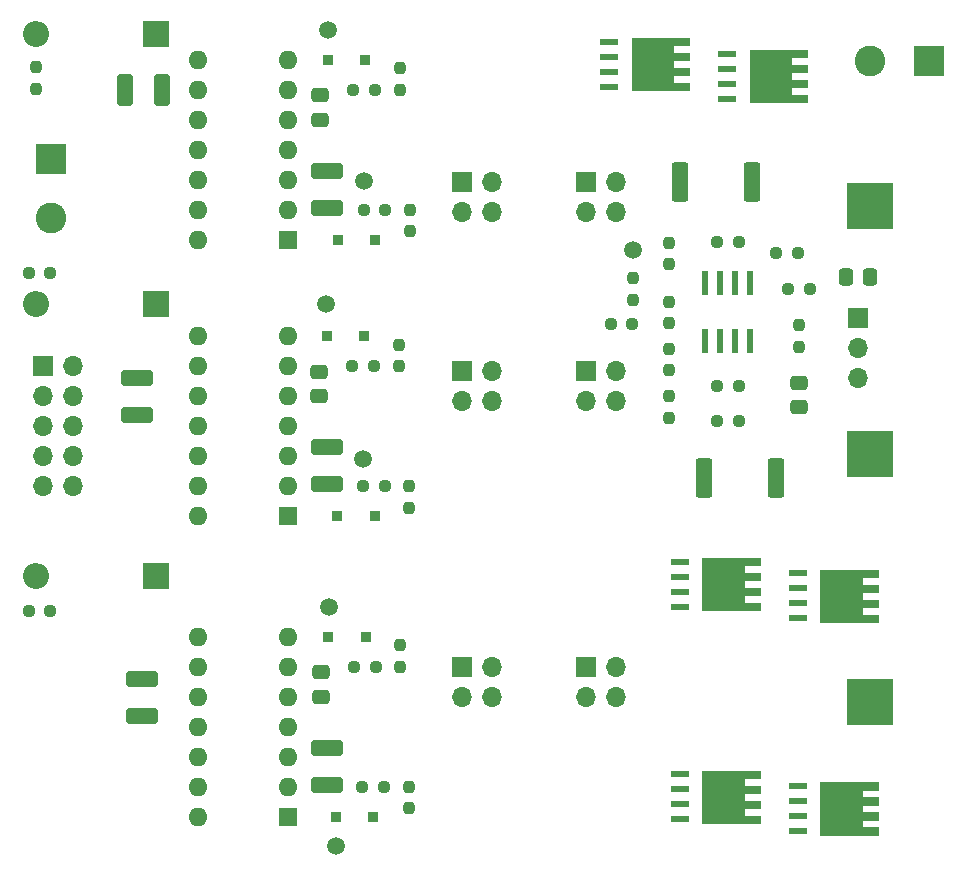
<source format=gts>
%TF.GenerationSoftware,KiCad,Pcbnew,6.0.10-86aedd382b~118~ubuntu20.04.1*%
%TF.CreationDate,2023-01-20T20:18:30+03:00*%
%TF.ProjectId,PMSM_driver,504d534d-5f64-4726-9976-65722e6b6963,v0.1*%
%TF.SameCoordinates,Original*%
%TF.FileFunction,Soldermask,Top*%
%TF.FilePolarity,Negative*%
%FSLAX46Y46*%
G04 Gerber Fmt 4.6, Leading zero omitted, Abs format (unit mm)*
G04 Created by KiCad (PCBNEW 6.0.10-86aedd382b~118~ubuntu20.04.1) date 2023-01-20 20:18:30*
%MOMM*%
%LPD*%
G01*
G04 APERTURE LIST*
G04 Aperture macros list*
%AMRoundRect*
0 Rectangle with rounded corners*
0 $1 Rounding radius*
0 $2 $3 $4 $5 $6 $7 $8 $9 X,Y pos of 4 corners*
0 Add a 4 corners polygon primitive as box body*
4,1,4,$2,$3,$4,$5,$6,$7,$8,$9,$2,$3,0*
0 Add four circle primitives for the rounded corners*
1,1,$1+$1,$2,$3*
1,1,$1+$1,$4,$5*
1,1,$1+$1,$6,$7*
1,1,$1+$1,$8,$9*
0 Add four rect primitives between the rounded corners*
20,1,$1+$1,$2,$3,$4,$5,0*
20,1,$1+$1,$4,$5,$6,$7,0*
20,1,$1+$1,$6,$7,$8,$9,0*
20,1,$1+$1,$8,$9,$2,$3,0*%
G04 Aperture macros list end*
%ADD10C,0.010000*%
%ADD11C,0.001000*%
%ADD12R,1.500000X0.600000*%
%ADD13RoundRect,0.250000X-0.475000X0.337500X-0.475000X-0.337500X0.475000X-0.337500X0.475000X0.337500X0*%
%ADD14C,1.500000*%
%ADD15RoundRect,0.237500X0.237500X-0.250000X0.237500X0.250000X-0.237500X0.250000X-0.237500X-0.250000X0*%
%ADD16RoundRect,0.237500X-0.250000X-0.237500X0.250000X-0.237500X0.250000X0.237500X-0.250000X0.237500X0*%
%ADD17R,4.000000X4.000000*%
%ADD18RoundRect,0.237500X-0.237500X0.250000X-0.237500X-0.250000X0.237500X-0.250000X0.237500X0.250000X0*%
%ADD19R,2.200000X2.200000*%
%ADD20O,2.200000X2.200000*%
%ADD21RoundRect,0.250000X1.100000X-0.412500X1.100000X0.412500X-1.100000X0.412500X-1.100000X-0.412500X0*%
%ADD22R,1.700000X1.700000*%
%ADD23O,1.700000X1.700000*%
%ADD24R,0.900000X0.950000*%
%ADD25R,2.600000X2.600000*%
%ADD26C,2.600000*%
%ADD27R,0.600000X2.000000*%
%ADD28RoundRect,0.250000X0.337500X0.475000X-0.337500X0.475000X-0.337500X-0.475000X0.337500X-0.475000X0*%
%ADD29R,1.600000X1.600000*%
%ADD30O,1.600000X1.600000*%
%ADD31RoundRect,0.250000X0.475000X-0.337500X0.475000X0.337500X-0.475000X0.337500X-0.475000X-0.337500X0*%
%ADD32RoundRect,0.237500X0.250000X0.237500X-0.250000X0.237500X-0.250000X-0.237500X0.250000X-0.237500X0*%
%ADD33RoundRect,0.249999X0.450001X1.425001X-0.450001X1.425001X-0.450001X-1.425001X0.450001X-1.425001X0*%
%ADD34RoundRect,0.250000X-0.412500X-1.100000X0.412500X-1.100000X0.412500X1.100000X-0.412500X1.100000X0*%
G04 APERTURE END LIST*
%TO.C,Q5*%
G36*
X175732500Y-119395000D02*
G01*
X174382500Y-119395000D01*
X174382500Y-118795000D01*
X175732500Y-118795000D01*
X175732500Y-119395000D01*
G37*
D10*
X175732500Y-119395000D02*
X174382500Y-119395000D01*
X174382500Y-118795000D01*
X175732500Y-118795000D01*
X175732500Y-119395000D01*
G36*
X175732500Y-123205000D02*
G01*
X174382500Y-123205000D01*
X174382500Y-122605000D01*
X175732500Y-122605000D01*
X175732500Y-123205000D01*
G37*
X175732500Y-123205000D02*
X174382500Y-123205000D01*
X174382500Y-122605000D01*
X175732500Y-122605000D01*
X175732500Y-123205000D01*
G36*
X175732500Y-121935000D02*
G01*
X174382500Y-121935000D01*
X174382500Y-121335000D01*
X175732500Y-121335000D01*
X175732500Y-121935000D01*
G37*
X175732500Y-121935000D02*
X174382500Y-121935000D01*
X174382500Y-121335000D01*
X175732500Y-121335000D01*
X175732500Y-121935000D01*
G36*
X175732500Y-120665000D02*
G01*
X174382500Y-120665000D01*
X174382500Y-120065000D01*
X175732500Y-120065000D01*
X175732500Y-120665000D01*
G37*
X175732500Y-120665000D02*
X174382500Y-120665000D01*
X174382500Y-120065000D01*
X175732500Y-120065000D01*
X175732500Y-120665000D01*
G36*
X175732000Y-119395000D02*
G01*
X174382000Y-119395000D01*
X174382000Y-123205000D01*
X170837000Y-123205000D01*
X170837000Y-118795000D01*
X175732000Y-118795000D01*
X175732000Y-119395000D01*
G37*
D11*
X175732000Y-119395000D02*
X174382000Y-119395000D01*
X174382000Y-123205000D01*
X170837000Y-123205000D01*
X170837000Y-118795000D01*
X175732000Y-118795000D01*
X175732000Y-119395000D01*
%TO.C,Q3*%
G36*
X175732500Y-102665000D02*
G01*
X174382500Y-102665000D01*
X174382500Y-102065000D01*
X175732500Y-102065000D01*
X175732500Y-102665000D01*
G37*
D10*
X175732500Y-102665000D02*
X174382500Y-102665000D01*
X174382500Y-102065000D01*
X175732500Y-102065000D01*
X175732500Y-102665000D01*
G36*
X175732500Y-105205000D02*
G01*
X174382500Y-105205000D01*
X174382500Y-104605000D01*
X175732500Y-104605000D01*
X175732500Y-105205000D01*
G37*
X175732500Y-105205000D02*
X174382500Y-105205000D01*
X174382500Y-104605000D01*
X175732500Y-104605000D01*
X175732500Y-105205000D01*
G36*
X175732500Y-101395000D02*
G01*
X174382500Y-101395000D01*
X174382500Y-100795000D01*
X175732500Y-100795000D01*
X175732500Y-101395000D01*
G37*
X175732500Y-101395000D02*
X174382500Y-101395000D01*
X174382500Y-100795000D01*
X175732500Y-100795000D01*
X175732500Y-101395000D01*
G36*
X175732000Y-101395000D02*
G01*
X174382000Y-101395000D01*
X174382000Y-105205000D01*
X170837000Y-105205000D01*
X170837000Y-100795000D01*
X175732000Y-100795000D01*
X175732000Y-101395000D01*
G37*
D11*
X175732000Y-101395000D02*
X174382000Y-101395000D01*
X174382000Y-105205000D01*
X170837000Y-105205000D01*
X170837000Y-100795000D01*
X175732000Y-100795000D01*
X175732000Y-101395000D01*
G36*
X175732500Y-103935000D02*
G01*
X174382500Y-103935000D01*
X174382500Y-103335000D01*
X175732500Y-103335000D01*
X175732500Y-103935000D01*
G37*
D10*
X175732500Y-103935000D02*
X174382500Y-103935000D01*
X174382500Y-103335000D01*
X175732500Y-103335000D01*
X175732500Y-103935000D01*
%TO.C,Q6*%
G36*
X165732500Y-122205000D02*
G01*
X164382500Y-122205000D01*
X164382500Y-121605000D01*
X165732500Y-121605000D01*
X165732500Y-122205000D01*
G37*
X165732500Y-122205000D02*
X164382500Y-122205000D01*
X164382500Y-121605000D01*
X165732500Y-121605000D01*
X165732500Y-122205000D01*
G36*
X165732000Y-118395000D02*
G01*
X164382000Y-118395000D01*
X164382000Y-122205000D01*
X160837000Y-122205000D01*
X160837000Y-117795000D01*
X165732000Y-117795000D01*
X165732000Y-118395000D01*
G37*
D11*
X165732000Y-118395000D02*
X164382000Y-118395000D01*
X164382000Y-122205000D01*
X160837000Y-122205000D01*
X160837000Y-117795000D01*
X165732000Y-117795000D01*
X165732000Y-118395000D01*
G36*
X165732500Y-119665000D02*
G01*
X164382500Y-119665000D01*
X164382500Y-119065000D01*
X165732500Y-119065000D01*
X165732500Y-119665000D01*
G37*
D10*
X165732500Y-119665000D02*
X164382500Y-119665000D01*
X164382500Y-119065000D01*
X165732500Y-119065000D01*
X165732500Y-119665000D01*
G36*
X165732500Y-118395000D02*
G01*
X164382500Y-118395000D01*
X164382500Y-117795000D01*
X165732500Y-117795000D01*
X165732500Y-118395000D01*
G37*
X165732500Y-118395000D02*
X164382500Y-118395000D01*
X164382500Y-117795000D01*
X165732500Y-117795000D01*
X165732500Y-118395000D01*
G36*
X165732500Y-120935000D02*
G01*
X164382500Y-120935000D01*
X164382500Y-120335000D01*
X165732500Y-120335000D01*
X165732500Y-120935000D01*
G37*
X165732500Y-120935000D02*
X164382500Y-120935000D01*
X164382500Y-120335000D01*
X165732500Y-120335000D01*
X165732500Y-120935000D01*
%TO.C,Q1*%
G36*
X169732500Y-59935000D02*
G01*
X168382500Y-59935000D01*
X168382500Y-59335000D01*
X169732500Y-59335000D01*
X169732500Y-59935000D01*
G37*
X169732500Y-59935000D02*
X168382500Y-59935000D01*
X168382500Y-59335000D01*
X169732500Y-59335000D01*
X169732500Y-59935000D01*
G36*
X169732500Y-57395000D02*
G01*
X168382500Y-57395000D01*
X168382500Y-56795000D01*
X169732500Y-56795000D01*
X169732500Y-57395000D01*
G37*
X169732500Y-57395000D02*
X168382500Y-57395000D01*
X168382500Y-56795000D01*
X169732500Y-56795000D01*
X169732500Y-57395000D01*
G36*
X169732000Y-57395000D02*
G01*
X168382000Y-57395000D01*
X168382000Y-61205000D01*
X164837000Y-61205000D01*
X164837000Y-56795000D01*
X169732000Y-56795000D01*
X169732000Y-57395000D01*
G37*
D11*
X169732000Y-57395000D02*
X168382000Y-57395000D01*
X168382000Y-61205000D01*
X164837000Y-61205000D01*
X164837000Y-56795000D01*
X169732000Y-56795000D01*
X169732000Y-57395000D01*
G36*
X169732500Y-58665000D02*
G01*
X168382500Y-58665000D01*
X168382500Y-58065000D01*
X169732500Y-58065000D01*
X169732500Y-58665000D01*
G37*
D10*
X169732500Y-58665000D02*
X168382500Y-58665000D01*
X168382500Y-58065000D01*
X169732500Y-58065000D01*
X169732500Y-58665000D01*
G36*
X169732500Y-61205000D02*
G01*
X168382500Y-61205000D01*
X168382500Y-60605000D01*
X169732500Y-60605000D01*
X169732500Y-61205000D01*
G37*
X169732500Y-61205000D02*
X168382500Y-61205000D01*
X168382500Y-60605000D01*
X169732500Y-60605000D01*
X169732500Y-61205000D01*
%TO.C,Q4*%
G36*
X165732500Y-101665000D02*
G01*
X164382500Y-101665000D01*
X164382500Y-101065000D01*
X165732500Y-101065000D01*
X165732500Y-101665000D01*
G37*
X165732500Y-101665000D02*
X164382500Y-101665000D01*
X164382500Y-101065000D01*
X165732500Y-101065000D01*
X165732500Y-101665000D01*
G36*
X165732500Y-102935000D02*
G01*
X164382500Y-102935000D01*
X164382500Y-102335000D01*
X165732500Y-102335000D01*
X165732500Y-102935000D01*
G37*
X165732500Y-102935000D02*
X164382500Y-102935000D01*
X164382500Y-102335000D01*
X165732500Y-102335000D01*
X165732500Y-102935000D01*
G36*
X165732000Y-100395000D02*
G01*
X164382000Y-100395000D01*
X164382000Y-104205000D01*
X160837000Y-104205000D01*
X160837000Y-99795000D01*
X165732000Y-99795000D01*
X165732000Y-100395000D01*
G37*
D11*
X165732000Y-100395000D02*
X164382000Y-100395000D01*
X164382000Y-104205000D01*
X160837000Y-104205000D01*
X160837000Y-99795000D01*
X165732000Y-99795000D01*
X165732000Y-100395000D01*
G36*
X165732500Y-100395000D02*
G01*
X164382500Y-100395000D01*
X164382500Y-99795000D01*
X165732500Y-99795000D01*
X165732500Y-100395000D01*
G37*
D10*
X165732500Y-100395000D02*
X164382500Y-100395000D01*
X164382500Y-99795000D01*
X165732500Y-99795000D01*
X165732500Y-100395000D01*
G36*
X165732500Y-104205000D02*
G01*
X164382500Y-104205000D01*
X164382500Y-103605000D01*
X165732500Y-103605000D01*
X165732500Y-104205000D01*
G37*
X165732500Y-104205000D02*
X164382500Y-104205000D01*
X164382500Y-103605000D01*
X165732500Y-103605000D01*
X165732500Y-104205000D01*
%TO.C,Q2*%
G36*
X159732500Y-60205000D02*
G01*
X158382500Y-60205000D01*
X158382500Y-59605000D01*
X159732500Y-59605000D01*
X159732500Y-60205000D01*
G37*
X159732500Y-60205000D02*
X158382500Y-60205000D01*
X158382500Y-59605000D01*
X159732500Y-59605000D01*
X159732500Y-60205000D01*
G36*
X159732500Y-57665000D02*
G01*
X158382500Y-57665000D01*
X158382500Y-57065000D01*
X159732500Y-57065000D01*
X159732500Y-57665000D01*
G37*
X159732500Y-57665000D02*
X158382500Y-57665000D01*
X158382500Y-57065000D01*
X159732500Y-57065000D01*
X159732500Y-57665000D01*
G36*
X159732500Y-56395000D02*
G01*
X158382500Y-56395000D01*
X158382500Y-55795000D01*
X159732500Y-55795000D01*
X159732500Y-56395000D01*
G37*
X159732500Y-56395000D02*
X158382500Y-56395000D01*
X158382500Y-55795000D01*
X159732500Y-55795000D01*
X159732500Y-56395000D01*
G36*
X159732000Y-56395000D02*
G01*
X158382000Y-56395000D01*
X158382000Y-60205000D01*
X154837000Y-60205000D01*
X154837000Y-55795000D01*
X159732000Y-55795000D01*
X159732000Y-56395000D01*
G37*
D11*
X159732000Y-56395000D02*
X158382000Y-56395000D01*
X158382000Y-60205000D01*
X154837000Y-60205000D01*
X154837000Y-55795000D01*
X159732000Y-55795000D01*
X159732000Y-56395000D01*
G36*
X159732500Y-58935000D02*
G01*
X158382500Y-58935000D01*
X158382500Y-58335000D01*
X159732500Y-58335000D01*
X159732500Y-58935000D01*
G37*
D10*
X159732500Y-58935000D02*
X158382500Y-58935000D01*
X158382500Y-58335000D01*
X159732500Y-58335000D01*
X159732500Y-58935000D01*
%TD*%
D12*
%TO.C,Q5*%
X168942500Y-119095000D03*
X168942500Y-120365000D03*
X168942500Y-121635000D03*
X168942500Y-122905000D03*
%TD*%
D13*
%TO.C,C8*%
X128530000Y-109474500D03*
X128530000Y-111549500D03*
%TD*%
D14*
%TO.C,TP7*%
X129830000Y-124200000D03*
%TD*%
D15*
%TO.C,R15*%
X136008900Y-95525000D03*
X136008900Y-93700000D03*
%TD*%
D16*
%TO.C,R9*%
X132124600Y-93700000D03*
X133949600Y-93700000D03*
%TD*%
D17*
%TO.C,J3*%
X175000000Y-70000000D03*
%TD*%
D18*
%TO.C,R12*%
X135245000Y-58315000D03*
X135245000Y-60140000D03*
%TD*%
%TO.C,R16*%
X135275000Y-107168100D03*
X135275000Y-108993100D03*
%TD*%
D19*
%TO.C,D2*%
X114600000Y-78300000D03*
D20*
X104440000Y-78300000D03*
%TD*%
D17*
%TO.C,J5*%
X175000000Y-112000000D03*
%TD*%
D21*
%TO.C,C2*%
X112950000Y-87652500D03*
X112950000Y-84527500D03*
%TD*%
D16*
%TO.C,R28*%
X168087500Y-77000000D03*
X169912500Y-77000000D03*
%TD*%
D22*
%TO.C,J1*%
X174000000Y-79500000D03*
D23*
X174000000Y-82040000D03*
X174000000Y-84580000D03*
%TD*%
D18*
%TO.C,R14*%
X135140000Y-81727500D03*
X135140000Y-83552500D03*
%TD*%
D24*
%TO.C,D9*%
X132991100Y-121695000D03*
X129841100Y-121695000D03*
%TD*%
D22*
%TO.C,J10*%
X151000000Y-84000000D03*
D23*
X153540000Y-84000000D03*
X151000000Y-86540000D03*
X153540000Y-86540000D03*
%TD*%
D16*
%TO.C,R4*%
X103807500Y-75700000D03*
X105632500Y-75700000D03*
%TD*%
D24*
%TO.C,D8*%
X132329000Y-106455000D03*
X129179000Y-106455000D03*
%TD*%
D25*
%TO.C,J2*%
X180000000Y-57695000D03*
D26*
X175000000Y-57695000D03*
%TD*%
D27*
%TO.C,U4*%
X164905000Y-76550000D03*
X163635000Y-76550000D03*
X162365000Y-76550000D03*
X161095000Y-76550000D03*
X161095000Y-81450000D03*
X162365000Y-81450000D03*
X163635000Y-81450000D03*
X164905000Y-81450000D03*
%TD*%
D12*
%TO.C,Q3*%
X168942500Y-101095000D03*
X168942500Y-102365000D03*
X168942500Y-103635000D03*
X168942500Y-104905000D03*
%TD*%
D16*
%TO.C,R10*%
X131365300Y-108995000D03*
X133190300Y-108995000D03*
%TD*%
D24*
%TO.C,D6*%
X132197400Y-81000000D03*
X129047400Y-81000000D03*
%TD*%
D15*
%TO.C,R13*%
X136110500Y-72126900D03*
X136110500Y-70301900D03*
%TD*%
D21*
%TO.C,C5*%
X129047400Y-70122200D03*
X129047400Y-66997200D03*
%TD*%
D24*
%TO.C,D7*%
X133088300Y-96240000D03*
X129938300Y-96240000D03*
%TD*%
D14*
%TO.C,TP4*%
X129000000Y-78300000D03*
%TD*%
D21*
%TO.C,C3*%
X113405000Y-113147500D03*
X113405000Y-110022500D03*
%TD*%
D15*
%TO.C,R26*%
X158000000Y-79912500D03*
X158000000Y-78087500D03*
%TD*%
D16*
%TO.C,R24*%
X167087500Y-74000000D03*
X168912500Y-74000000D03*
%TD*%
D19*
%TO.C,D1*%
X114600000Y-55400000D03*
D20*
X104440000Y-55400000D03*
%TD*%
D16*
%TO.C,R25*%
X162087500Y-85200000D03*
X163912500Y-85200000D03*
%TD*%
D25*
%TO.C,J6*%
X105695000Y-66000000D03*
D26*
X105695000Y-71000000D03*
%TD*%
D28*
%TO.C,C10*%
X175037500Y-75980000D03*
X172962500Y-75980000D03*
%TD*%
D15*
%TO.C,R3*%
X104440000Y-60075000D03*
X104440000Y-58250000D03*
%TD*%
%TO.C,R1*%
X155000000Y-77912500D03*
X155000000Y-76087500D03*
%TD*%
D12*
%TO.C,Q6*%
X158942500Y-118095000D03*
X158942500Y-119365000D03*
X158942500Y-120635000D03*
X158942500Y-121905000D03*
%TD*%
D24*
%TO.C,D5*%
X133137000Y-72835000D03*
X129987000Y-72835000D03*
%TD*%
D29*
%TO.C,U1*%
X125720000Y-72840000D03*
D30*
X125720000Y-70300000D03*
X125720000Y-67760000D03*
X125720000Y-65220000D03*
X125720000Y-62680000D03*
X125720000Y-60140000D03*
X125720000Y-57600000D03*
X118100000Y-57600000D03*
X118100000Y-60140000D03*
X118100000Y-62680000D03*
X118100000Y-65220000D03*
X118100000Y-67760000D03*
X118100000Y-70300000D03*
X118100000Y-72840000D03*
%TD*%
D12*
%TO.C,Q1*%
X162942500Y-57095000D03*
X162942500Y-58365000D03*
X162942500Y-59635000D03*
X162942500Y-60905000D03*
%TD*%
D16*
%TO.C,R7*%
X132173500Y-70300000D03*
X133998500Y-70300000D03*
%TD*%
D18*
%TO.C,R27*%
X158000000Y-82087500D03*
X158000000Y-83912500D03*
%TD*%
D15*
%TO.C,R21*%
X158000000Y-87912500D03*
X158000000Y-86087500D03*
%TD*%
D13*
%TO.C,C6*%
X128412400Y-84005000D03*
X128412400Y-86080000D03*
%TD*%
D21*
%TO.C,C9*%
X129052000Y-118977200D03*
X129052000Y-115852200D03*
%TD*%
D15*
%TO.C,R17*%
X136013500Y-120980000D03*
X136013500Y-119155000D03*
%TD*%
D31*
%TO.C,C11*%
X169000000Y-87037500D03*
X169000000Y-84962500D03*
%TD*%
D13*
%TO.C,C4*%
X128500000Y-60600000D03*
X128500000Y-62675000D03*
%TD*%
D14*
%TO.C,TP1*%
X155000000Y-73700000D03*
%TD*%
D32*
%TO.C,R23*%
X163912500Y-88200000D03*
X162087500Y-88200000D03*
%TD*%
D22*
%TO.C,J12*%
X140500000Y-109000000D03*
D23*
X143040000Y-109000000D03*
X140500000Y-111540000D03*
X143040000Y-111540000D03*
%TD*%
D14*
%TO.C,TP6*%
X129200000Y-103900000D03*
%TD*%
D16*
%TO.C,R5*%
X103820000Y-104300000D03*
X105645000Y-104300000D03*
%TD*%
D22*
%TO.C,J8*%
X140500000Y-68000000D03*
D23*
X143040000Y-68000000D03*
X140500000Y-70540000D03*
X143040000Y-70540000D03*
%TD*%
D18*
%TO.C,R29*%
X169000000Y-80087500D03*
X169000000Y-81912500D03*
%TD*%
D22*
%TO.C,J11*%
X140500000Y-84000000D03*
D23*
X143040000Y-84000000D03*
X140500000Y-86540000D03*
X143040000Y-86540000D03*
%TD*%
D16*
%TO.C,R22*%
X162087500Y-73000000D03*
X163912500Y-73000000D03*
%TD*%
D29*
%TO.C,U3*%
X125750000Y-121700000D03*
D30*
X125750000Y-119160000D03*
X125750000Y-116620000D03*
X125750000Y-114080000D03*
X125750000Y-111540000D03*
X125750000Y-109000000D03*
X125750000Y-106460000D03*
X118130000Y-106460000D03*
X118130000Y-109000000D03*
X118130000Y-111540000D03*
X118130000Y-114080000D03*
X118130000Y-116620000D03*
X118130000Y-119160000D03*
X118130000Y-121700000D03*
%TD*%
D22*
%TO.C,J13*%
X151000000Y-109000000D03*
D23*
X153540000Y-109000000D03*
X151000000Y-111540000D03*
X153540000Y-111540000D03*
%TD*%
D12*
%TO.C,Q4*%
X158942500Y-100095000D03*
X158942500Y-101365000D03*
X158942500Y-102635000D03*
X158942500Y-103905000D03*
%TD*%
D16*
%TO.C,R2*%
X153087500Y-80000000D03*
X154912500Y-80000000D03*
%TD*%
D12*
%TO.C,Q2*%
X152942500Y-56095000D03*
X152942500Y-57365000D03*
X152942500Y-58635000D03*
X152942500Y-59905000D03*
%TD*%
D16*
%TO.C,R6*%
X131284500Y-60140000D03*
X133109500Y-60140000D03*
%TD*%
D14*
%TO.C,TP5*%
X132100000Y-91400000D03*
%TD*%
D33*
%TO.C,R19*%
X167050000Y-93000000D03*
X160950000Y-93000000D03*
%TD*%
D22*
%TO.C,J7*%
X105000000Y-83540000D03*
D23*
X107540000Y-83540000D03*
X105000000Y-86080000D03*
X107540000Y-86080000D03*
X105000000Y-88620000D03*
X107540000Y-88620000D03*
X105000000Y-91160000D03*
X107540000Y-91160000D03*
X105000000Y-93700000D03*
X107540000Y-93700000D03*
%TD*%
D29*
%TO.C,U2*%
X125745400Y-96240000D03*
D30*
X125745400Y-93700000D03*
X125745400Y-91160000D03*
X125745400Y-88620000D03*
X125745400Y-86080000D03*
X125745400Y-83540000D03*
X125745400Y-81000000D03*
X118125400Y-81000000D03*
X118125400Y-83540000D03*
X118125400Y-86080000D03*
X118125400Y-88620000D03*
X118125400Y-91160000D03*
X118125400Y-93700000D03*
X118125400Y-96240000D03*
%TD*%
D14*
%TO.C,TP2*%
X129100000Y-55100000D03*
%TD*%
%TO.C,TP3*%
X132200000Y-67900000D03*
%TD*%
D24*
%TO.C,D4*%
X132299000Y-57595000D03*
X129149000Y-57595000D03*
%TD*%
D18*
%TO.C,R20*%
X158000000Y-73087500D03*
X158000000Y-74912500D03*
%TD*%
D33*
%TO.C,R18*%
X165050000Y-68000000D03*
X158950000Y-68000000D03*
%TD*%
D16*
%TO.C,R11*%
X132033000Y-119155000D03*
X133858000Y-119155000D03*
%TD*%
D34*
%TO.C,C1*%
X111937500Y-60150000D03*
X115062500Y-60150000D03*
%TD*%
D19*
%TO.C,D3*%
X114600000Y-101300000D03*
D20*
X104440000Y-101300000D03*
%TD*%
D21*
%TO.C,C7*%
X129047400Y-93522200D03*
X129047400Y-90397200D03*
%TD*%
D17*
%TO.C,J4*%
X175000000Y-91000000D03*
%TD*%
D22*
%TO.C,J9*%
X151000000Y-68000000D03*
D23*
X153540000Y-68000000D03*
X151000000Y-70540000D03*
X153540000Y-70540000D03*
%TD*%
D16*
%TO.C,R8*%
X131206400Y-83540000D03*
X133031400Y-83540000D03*
%TD*%
M02*

</source>
